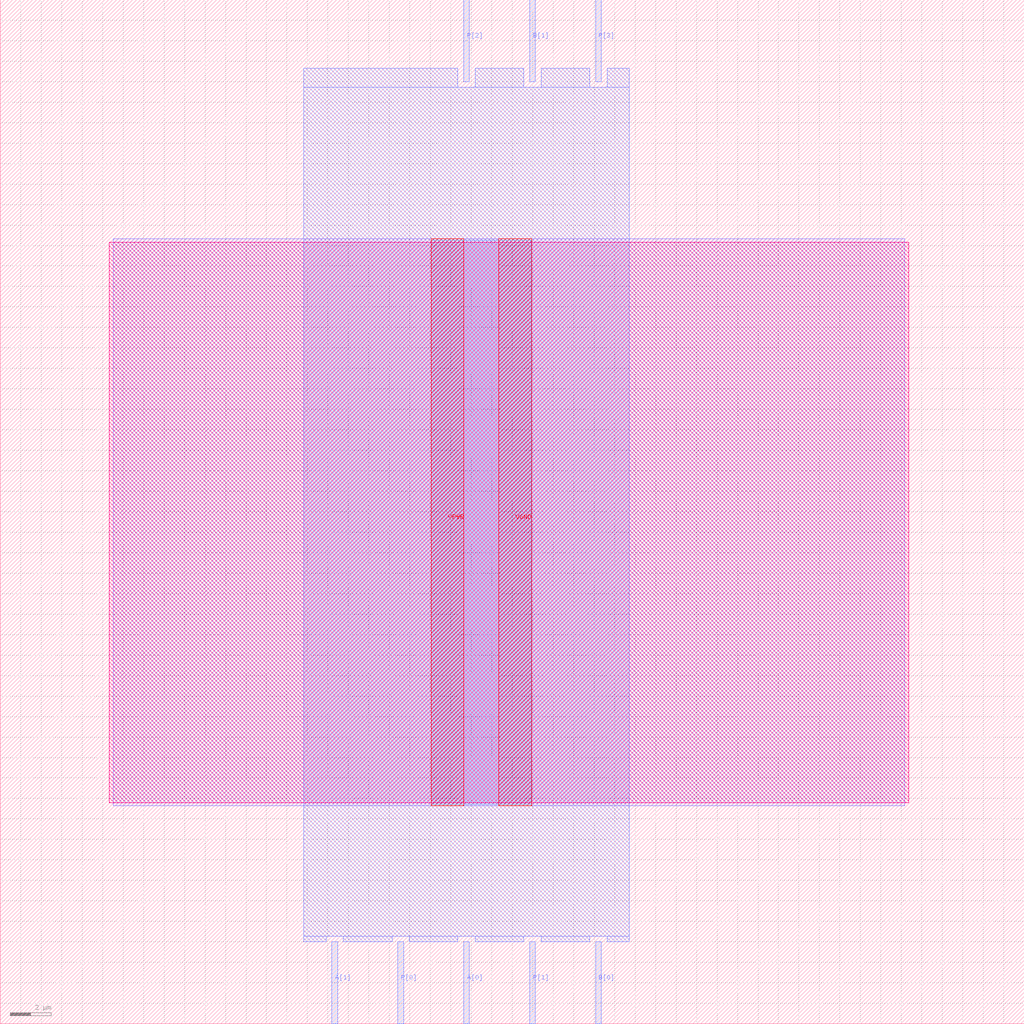
<source format=lef>
VERSION 5.7 ;
  NOWIREEXTENSIONATPIN ON ;
  DIVIDERCHAR "/" ;
  BUSBITCHARS "[]" ;
MACRO Sarsa_Ruido_e9_1
  CLASS BLOCK ;
  FOREIGN Sarsa_Ruido_e9_1 ;
  ORIGIN 0.000 0.000 ;
  SIZE 50.000 BY 50.000 ;
  PIN A[0]
    DIRECTION INPUT ;
    USE SIGNAL ;
    ANTENNAGATEAREA 0.196500 ;
    PORT
      LAYER met2 ;
        RECT 22.630 0.000 22.910 4.000 ;
    END
  END A[0]
  PIN A[1]
    DIRECTION INPUT ;
    USE SIGNAL ;
    ANTENNAGATEAREA 0.196500 ;
    PORT
      LAYER met2 ;
        RECT 16.190 0.000 16.470 4.000 ;
    END
  END A[1]
  PIN B[0]
    DIRECTION INPUT ;
    USE SIGNAL ;
    ANTENNAGATEAREA 0.196500 ;
    PORT
      LAYER met2 ;
        RECT 29.070 0.000 29.350 4.000 ;
    END
  END B[0]
  PIN B[1]
    DIRECTION INPUT ;
    USE SIGNAL ;
    ANTENNAGATEAREA 0.196500 ;
    PORT
      LAYER met2 ;
        RECT 25.850 46.000 26.130 50.000 ;
    END
  END B[1]
  PIN P[0]
    DIRECTION OUTPUT ;
    USE SIGNAL ;
    ANTENNADIFFAREA 0.445500 ;
    PORT
      LAYER met2 ;
        RECT 19.410 0.000 19.690 4.000 ;
    END
  END P[0]
  PIN P[1]
    DIRECTION OUTPUT ;
    USE SIGNAL ;
    ANTENNADIFFAREA 0.445500 ;
    PORT
      LAYER met2 ;
        RECT 25.850 0.000 26.130 4.000 ;
    END
  END P[1]
  PIN P[2]
    DIRECTION OUTPUT ;
    USE SIGNAL ;
    ANTENNADIFFAREA 0.445500 ;
    PORT
      LAYER met2 ;
        RECT 22.630 46.000 22.910 50.000 ;
    END
  END P[2]
  PIN P[3]
    DIRECTION OUTPUT ;
    USE SIGNAL ;
    ANTENNADIFFAREA 0.445500 ;
    PORT
      LAYER met2 ;
        RECT 29.070 46.000 29.350 50.000 ;
    END
  END P[3]
  PIN VGND
    DIRECTION INOUT ;
    USE GROUND ;
    PORT
      LAYER met4 ;
        RECT 24.340 10.640 25.940 38.320 ;
    END
  END VGND
  PIN VPWR
    DIRECTION INOUT ;
    USE POWER ;
    PORT
      LAYER met4 ;
        RECT 21.040 10.640 22.640 38.320 ;
    END
  END VPWR
  OBS
      LAYER nwell ;
        RECT 5.330 10.795 44.350 38.165 ;
      LAYER li1 ;
        RECT 5.520 10.795 44.160 38.165 ;
      LAYER met1 ;
        RECT 5.520 10.640 44.160 38.320 ;
      LAYER met2 ;
        RECT 14.820 45.720 22.350 46.650 ;
        RECT 23.190 45.720 25.570 46.650 ;
        RECT 26.410 45.720 28.790 46.650 ;
        RECT 29.630 45.720 30.720 46.650 ;
        RECT 14.820 4.280 30.720 45.720 ;
        RECT 14.820 4.000 15.910 4.280 ;
        RECT 16.750 4.000 19.130 4.280 ;
        RECT 19.970 4.000 22.350 4.280 ;
        RECT 23.190 4.000 25.570 4.280 ;
        RECT 26.410 4.000 28.790 4.280 ;
        RECT 29.630 4.000 30.720 4.280 ;
      LAYER met3 ;
        RECT 21.050 10.715 25.930 38.245 ;
  END
END Sarsa_Ruido_e9_1
END LIBRARY


</source>
